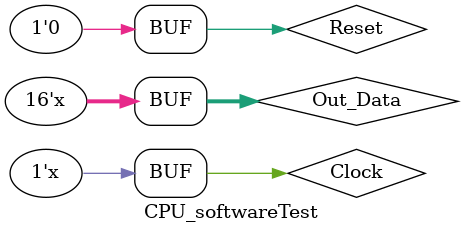
<source format=v>
`timescale 1ns / 1ps


module CPU_softwareTest;

	// Inputs
	reg [15:0] Instruction;
	reg [15:0] Out_Data;
	reg Clock;
	reg Reset;

	// Outputs
	wire [10:0] InsAddr;
	wire Rd;
	wire Wr;
	wire [10:0] DataAddr;
	wire [15:0] In_Data;

	// Instantiate the Unit Under Test (UUT)
	CPU uut (
		.InsAddr(InsAddr), //Direccion ProgramMemory
		.Instruction(Instruction), //Salida ProgramMemory
		.Rd(Rd), //Leer DataMemory
		.Wr(Wr), //Escribir DataMemory
		.DataAddr(DataAddr), //Direccion DataMemory
		.In_Data(In_Data), //Entrada DataMemory
		.Out_Data(Out_Data), //Salida Datamemory
		.Clock(Clock), 
		.Reset(Reset)
	);

	initial begin
		// Initialize Inputs
		Instruction = 0;
		Out_Data = 0;
		Clock = 0;
		Reset = 0;

		// Wait 100 ns for global reset to finish
		#50;
		Reset = 1;
		#100
		Reset = 0;        
		// Add stimulus here
	end
      
	always
	begin
		#100 
		Clock = ~Clock;
	end
	
	/*
		Embebed software:
		A = 1
		A = A + 1
		
		Assembler code:
		LDi 1
		STO A
		LD A
		ADDi 1
		STO A
		
		Expected result:
		After the code execution A must be 2
	*/
	always @ (InsAddr)
	begin: ProgramMemory_Mock
		case (InsAddr)
			0: Instruction = 16'b0001100000000001; //LDi 1
			1: Instruction = 16'b0000100000000000; //STO 0
			2: Instruction = 16'b0001000000000000; //LD 0
			3: Instruction = 16'b0010100000000001; //ADDi 1
			4: Instruction = 16'b0000100000000000; //STO 0
		endcase
	end
	
	reg [15:0]DataMemory[1:0];
	
	always @ (DataAddr or Rd or Wr or Reset)
	begin: DataMemory_Mock
		if (Reset)
		begin
			DataMemory[0] = 0;
			DataMemory[1] = 0;
		end
		else if (Rd)
			Out_Data = DataMemory[DataAddr];
		else if (Wr)
			DataMemory[DataAddr] = In_Data;
	end
      
endmodule


</source>
